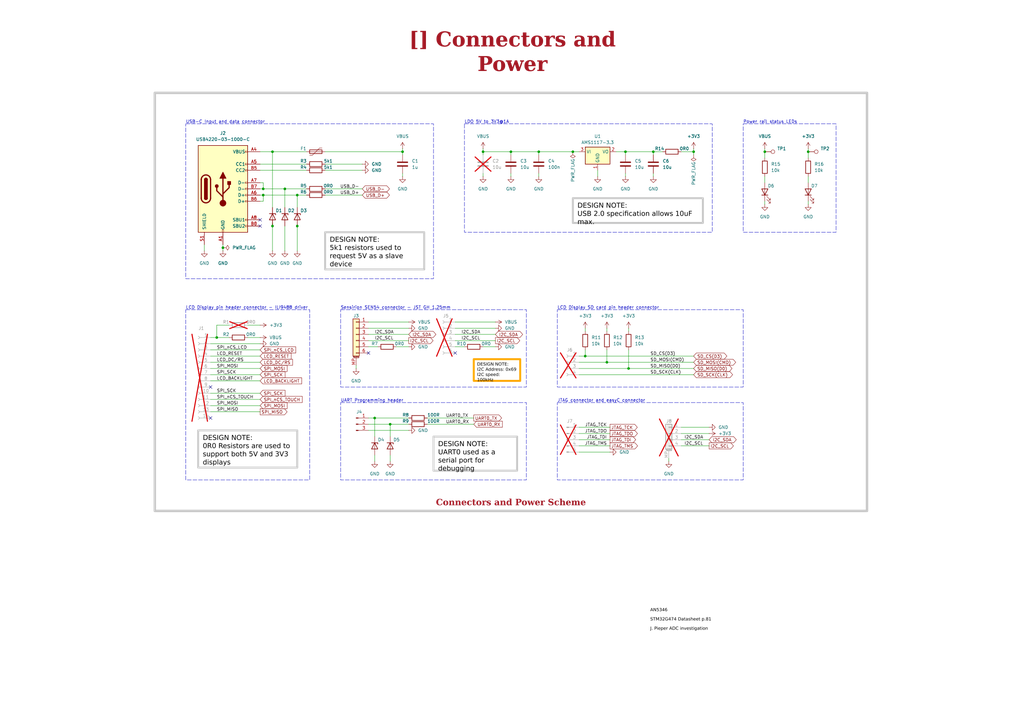
<source format=kicad_sch>
(kicad_sch (version 20231120) (generator "eeschema") (generator_version "8.0")
  (paper "A3")
  (title_block (title "Connectors and Power") (date "Last Modified Date") (rev "${REVISION}") (company "${COMPANY}"))
  (lib_symbols
    (symbol "Active-Components:ESD321DYAR" (pin_numbers hide) (pin_names hide)
      (property "Reference" "D" (at 0 2.54 0))
      (property "Value" "ESD321DYAR" (at 0 -2.54 0))
      (symbol "ESD321DYAR_1_1"
        (pin passive line (at -3.81 0 0) (length 2.54) (name "K") (number "1"))
        (pin passive line (at 3.81 0 180) (length 2.54) (name "A") (number "2"))
      )
    )
    (symbol "Connector:Conn_01x03_Pin" (pin_names (offset 1.016) hide)
      (property "Reference" "J" (at 0 5.08 0))
      (property "Value" "Conn_01x03_Pin" (at 0 -5.08 0))
      (symbol "Conn_01x03_Pin_1_1"
        (pin passive line (at 5.08 2.54 180) (length 3.81) (name "Pin_1") (number "1"))
        (pin passive line (at 5.08 0 180) (length 3.81) (name "Pin_2") (number "2"))
        (pin passive line (at 5.08 -2.54 180) (length 3.81) (name "Pin_3") (number "3"))
      )
    )
    (symbol "Connector:Conn_01x04_Socket" (pin_names (offset 1.016) hide)
      (property "Reference" "J" (at 0 5.08 0))
      (property "Value" "Conn_01x04_Socket" (at 0 -7.62 0))
      (symbol "Conn_01x04_Socket_1_1"
        (pin passive line (at -5.08 2.54 0) (length 3.81) (name "Pin_1") (number "1"))
        (pin passive line (at -5.08 0 0) (length 3.81) (name "Pin_2") (number "2"))
        (pin passive line (at -5.08 -2.54 0) (length 3.81) (name "Pin_3") (number "3"))
        (pin passive line (at -5.08 -5.08 0) (length 3.81) (name "Pin_4") (number "4"))
      )
    )
    (symbol "Connector:Conn_01x05_Pin" (pin_names (offset 1.016) hide)
      (property "Reference" "J" (at 0 7.62 0))
      (property "Value" "Conn_01x05_Pin" (at 0 -7.62 0))
      (symbol "Conn_01x05_Pin_1_1"
        (pin passive line (at 5.08 5.08 180) (length 3.81) (name "Pin_1") (number "1"))
        (pin passive line (at 5.08 2.54 180) (length 3.81) (name "Pin_2") (number "2"))
        (pin passive line (at 5.08 0 180) (length 3.81) (name "Pin_3") (number "3"))
        (pin passive line (at 5.08 -2.54 180) (length 3.81) (name "Pin_4") (number "4"))
        (pin passive line (at 5.08 -5.08 180) (length 3.81) (name "Pin_5") (number "5"))
      )
    )
    (symbol "Connector:Conn_01x06_Socket" (pin_names (offset 1.016) hide)
      (property "Reference" "J" (at 0 7.62 0))
      (property "Value" "Conn_01x06_Socket" (at 0 -10.16 0))
      (symbol "Conn_01x06_Socket_1_1"
        (pin passive line (at -5.08 5.08 0) (length 3.81) (name "Pin_1") (number "1"))
        (pin passive line (at -5.08 2.54 0) (length 3.81) (name "Pin_2") (number "2"))
        (pin passive line (at -5.08 0 0) (length 3.81) (name "Pin_3") (number "3"))
        (pin passive line (at -5.08 -2.54 0) (length 3.81) (name "Pin_4") (number "4"))
        (pin passive line (at -5.08 -5.08 0) (length 3.81) (name "Pin_5") (number "5"))
        (pin passive line (at -5.08 -7.62 0) (length 3.81) (name "Pin_6") (number "6"))
      )
    )
    (symbol "Connector:Conn_01x14_Socket" (pin_names (offset 1.016) hide)
      (property "Reference" "J" (at 0 17.78 0))
      (property "Value" "Conn_01x14_Socket" (at 0 -20.32 0))
      (symbol "Conn_01x14_Socket_1_1"
        (pin passive line (at -5.08 15.24 0) (length 3.81) (name "Pin_1") (number "1"))
        (pin passive line (at -5.08 -7.62 0) (length 3.81) (name "Pin_10") (number "10"))
        (pin passive line (at -5.08 -10.16 0) (length 3.81) (name "Pin_11") (number "11"))
        (pin passive line (at -5.08 -12.7 0) (length 3.81) (name "Pin_12") (number "12"))
        (pin passive line (at -5.08 -15.24 0) (length 3.81) (name "Pin_13") (number "13"))
        (pin passive line (at -5.08 -17.78 0) (length 3.81) (name "Pin_14") (number "14"))
        (pin passive line (at -5.08 12.7 0) (length 3.81) (name "Pin_2") (number "2"))
        (pin passive line (at -5.08 10.16 0) (length 3.81) (name "Pin_3") (number "3"))
        (pin passive line (at -5.08 7.62 0) (length 3.81) (name "Pin_4") (number "4"))
        (pin passive line (at -5.08 5.08 0) (length 3.81) (name "Pin_5") (number "5"))
        (pin passive line (at -5.08 2.54 0) (length 3.81) (name "Pin_6") (number "6"))
        (pin passive line (at -5.08 0 0) (length 3.81) (name "Pin_7") (number "7"))
        (pin passive line (at -5.08 -2.54 0) (length 3.81) (name "Pin_8") (number "8"))
        (pin passive line (at -5.08 -5.08 0) (length 3.81) (name "Pin_9") (number "9"))
      )
    )
    (symbol "Connector:TestPoint" (pin_numbers hide) (pin_names (offset 0.762) hide)
      (property "Reference" "TP" (at 0 6.858 0))
      (property "Value" "TestPoint" (at 0 5.08 0))
      (symbol "TestPoint_1_1"
        (pin passive line (at 0 0 90) (length 2.54) (name "1") (number "1"))
      )
    )
    (symbol "Connector_Generic_MountingPin:Conn_01x04_MountingPin" (pin_names (offset 1.016) hide)
      (property "Reference" "J" (at 0 5.08 0))
      (property "Value" "Conn_01x04_MountingPin" (at 1.27 -7.62 0))
      (symbol "Conn_01x04_MountingPin_1_1"
        (text "Mounting" (at 0 -6.731 0) (effects (font (size 0.381 0.381))))
        (pin passive line (at -5.08 2.54 0) (length 3.81) (name "Pin_1") (number "1"))
        (pin passive line (at -5.08 0 0) (length 3.81) (name "Pin_2") (number "2"))
        (pin passive line (at -5.08 -2.54 0) (length 3.81) (name "Pin_3") (number "3"))
        (pin passive line (at -5.08 -5.08 0) (length 3.81) (name "Pin_4") (number "4"))
        (pin passive line (at 0 -10.16 90) (length 3.048) (name "MountPin") (number "MP"))
      )
    )
    (symbol "Connector_Generic_MountingPin:Conn_01x06_MountingPin" (pin_names (offset 1.016) hide)
      (property "Reference" "J" (at 0 7.62 0))
      (property "Value" "Conn_01x06_MountingPin" (at 1.27 -10.16 0))
      (symbol "Conn_01x06_MountingPin_1_1"
        (text "Mounting" (at 0 -9.271 0) (effects (font (size 0.381 0.381))))
        (pin passive line (at -5.08 5.08 0) (length 3.81) (name "Pin_1") (number "1"))
        (pin passive line (at -5.08 2.54 0) (length 3.81) (name "Pin_2") (number "2"))
        (pin passive line (at -5.08 0 0) (length 3.81) (name "Pin_3") (number "3"))
        (pin passive line (at -5.08 -2.54 0) (length 3.81) (name "Pin_4") (number "4"))
        (pin passive line (at -5.08 -5.08 0) (length 3.81) (name "Pin_5") (number "5"))
        (pin passive line (at -5.08 -7.62 0) (length 3.81) (name "Pin_6") (number "6"))
        (pin passive line (at 0 -12.7 90) (length 3.048) (name "MountPin") (number "MP"))
      )
    )
    (symbol "Device:C" (pin_numbers hide) (pin_names (offset 0.254))
      (property "Reference" "C" (at 0.635 2.54 0))
      (property "Value" "C" (at 0.635 -2.54 0))
      (symbol "C_1_1"
        (pin passive line (at 0 3.81 270) (length 2.794) (name "~") (number "1"))
        (pin passive line (at 0 -3.81 90) (length 2.794) (name "~") (number "2"))
      )
    )
    (symbol "Device:LED" (pin_numbers hide) (pin_names (offset 1.016) hide)
      (property "Reference" "D" (at 0 2.54 0))
      (property "Value" "LED" (at 0 -2.54 0))
      (symbol "LED_1_1"
        (pin passive line (at -3.81 0 0) (length 2.54) (name "K") (number "1"))
        (pin passive line (at 3.81 0 180) (length 2.54) (name "A") (number "2"))
      )
    )
    (symbol "Device:Polyfuse" (pin_numbers hide) (pin_names (offset 0))
      (property "Reference" "F" (at -2.54 0 90))
      (property "Value" "Polyfuse" (at 2.54 0 90))
      (symbol "Polyfuse_1_1"
        (pin passive line (at 0 3.81 270) (length 1.27) (name "~") (number "1"))
        (pin passive line (at 0 -3.81 90) (length 1.27) (name "~") (number "2"))
      )
    )
    (symbol "Device:R" (pin_numbers hide) (pin_names (offset 0))
      (property "Reference" "R" (at 2.032 0 90))
      (property "Value" "R" (at 0 0 90))
      (symbol "R_1_1"
        (pin passive line (at 0 3.81 270) (length 1.27) (name "~") (number "1"))
        (pin passive line (at 0 -3.81 90) (length 1.27) (name "~") (number "2"))
      )
    )
    (symbol "Diode:ESD5Zxx" (pin_numbers hide) (pin_names hide)
      (property "Reference" "D" (at 0 2.54 0))
      (property "Value" "ESD5Zxx" (at 0 -2.54 0))
      (symbol "ESD5Zxx_1_1"
        (pin passive line (at -3.81 0 0) (length 2.54) (name "K") (number "1"))
        (pin passive line (at 3.81 0 180) (length 2.54) (name "A") (number "2"))
      )
    )
    (symbol "Mechanical-Parts:GCT_USB4220-03-1000-C" (pin_names (offset 1.016))
      (property "Reference" "J" (at 0 22.225 0))
      (property "Value" "USB4220-03-1000-C" (at 0 19.685 0))
      (symbol "GCT_USB4220-03-1000-C_1_1"
        (pin passive line (at 0 -22.86 90) (length 5.08) (name "GND") (number "A1"))
        (pin passive line (at 0 -22.86 90) (length 5.08) hide (name "GND") (number "A12"))
        (pin passive line (at 15.24 15.24 180) (length 5.08) (name "VBUS") (number "A4"))
        (pin bidirectional line (at 15.24 10.16 180) (length 5.08) (name "CC1") (number "A5"))
        (pin bidirectional line (at 15.24 -2.54 180) (length 5.08) (name "D+") (number "A6"))
        (pin bidirectional line (at 15.24 2.54 180) (length 5.08) (name "D-") (number "A7"))
        (pin bidirectional line (at 15.24 -12.7 180) (length 5.08) (name "SBU1") (number "A8"))
        (pin passive line (at 15.24 15.24 180) (length 5.08) hide (name "VBUS") (number "A9"))
        (pin passive line (at 0 -22.86 90) (length 5.08) hide (name "GND") (number "B1"))
        (pin passive line (at 0 -22.86 90) (length 5.08) hide (name "GND") (number "B12"))
        (pin passive line (at 15.24 15.24 180) (length 5.08) hide (name "VBUS") (number "B4"))
        (pin bidirectional line (at 15.24 7.62 180) (length 5.08) (name "CC2") (number "B5"))
        (pin bidirectional line (at 15.24 -5.08 180) (length 5.08) (name "D+") (number "B6"))
        (pin bidirectional line (at 15.24 0 180) (length 5.08) (name "D-") (number "B7"))
        (pin bidirectional line (at 15.24 -15.24 180) (length 5.08) (name "SBU2") (number "B8"))
        (pin passive line (at 15.24 15.24 180) (length 5.08) hide (name "VBUS") (number "B9"))
        (pin passive line (at -7.62 -22.86 90) (length 5.08) (name "SHIELD") (number "S1"))
      )
    )
    (symbol "Regulator_Linear:AMS1117-3.3"
      (property "Reference" "U" (at -3.81 3.175 0))
      (property "Value" "AMS1117-3.3" (at 0 3.175 0))
      (symbol "AMS1117-3.3_1_1"
        (pin power_in line (at 0 -7.62 90) (length 2.54) (name "GND") (number "1"))
        (pin power_out line (at 7.62 0 180) (length 2.54) (name "VO") (number "2"))
        (pin power_in line (at -7.62 0 0) (length 2.54) (name "VI") (number "3"))
      )
    )
    (symbol "power:+3V3" (power) (pin_numbers hide) (pin_names (offset 0) hide)
      (property "Value" "+3V3" (at 0 3.556 0))
      (symbol "+3V3_1_1"
        (pin power_in line (at 0 0 90) (length 0) (name "~") (number "1"))
      )
    )
    (symbol "power:GND" (power) (pin_numbers hide) (pin_names (offset 0) hide)
      (property "Value" "GND" (at 0 -3.81 0))
      (symbol "GND_1_1"
        (pin power_in line (at 0 0 270) (length 0) (name "~") (number "1"))
      )
    )
    (symbol "power:PWR_FLAG" (power) (pin_numbers hide) (pin_names (offset 0) hide)
      (property "Value" "PWR_FLAG" (at 0 3.81 0))
      (symbol "PWR_FLAG_0_0"
        (pin power_out line (at 0 0 90) (length 0) (name "~") (number "1"))
      )
    )
    (symbol "power:VBUS" (power) (pin_numbers hide) (pin_names (offset 0) hide)
      (property "Value" "VBUS" (at 0 3.556 0))
      (symbol "VBUS_1_1"
        (pin power_in line (at 0 0 90) (length 0) (name "~") (number "1"))
      )
    )
  )
  (junction (at 209.55 62.23))
  (junction (at 88.9 138.43))
  (junction (at 111.76 62.23))
  (junction (at 313.69 62.23))
  (junction (at 111.76 92.71))
  (junction (at 198.12 62.23))
  (junction (at 220.98 62.23))
  (junction (at 267.97 62.23))
  (junction (at 107.95 77.47))
  (junction (at 160.02 173.99))
  (junction (at 240.03 146.05))
  (junction (at 257.81 151.13))
  (junction (at 91.44 101.6))
  (junction (at 256.54 62.23))
  (junction (at 165.1 62.23))
  (junction (at 284.48 62.23))
  (junction (at 107.95 80.01))
  (junction (at 331.47 62.23))
  (junction (at 153.67 171.45))
  (junction (at 121.92 92.71))
  (junction (at 234.95 62.23))
  (junction (at 121.92 80.01))
  (junction (at 248.92 148.59))
  (junction (at 116.84 77.47))
  (no_connect (at 106.68 90.17))
  (no_connect (at 186.69 144.78))
  (no_connect (at 86.36 171.45))
  (no_connect (at 151.13 144.78))
  (no_connect (at 106.68 92.71))
  (no_connect (at 86.36 158.75))
  (wire (pts (xy 198.12 62.23) (xy 209.55 62.23)))
  (wire (pts (xy 198.12 60.96) (xy 198.12 62.23)))
  (wire (pts (xy 106.68 74.93) (xy 107.95 74.93)))
  (wire (pts (xy 279.4 175.26) (xy 290.83 175.26)))
  (wire (pts (xy 209.55 63.5) (xy 209.55 62.23)))
  (wire (pts (xy 133.35 62.23) (xy 165.1 62.23)))
  (wire (pts (xy 107.95 77.47) (xy 116.84 77.47)))
  (wire (pts (xy 106.68 67.31) (xy 125.73 67.31)))
  (wire (pts (xy 250.19 177.8) (xy 237.49 177.8)))
  (wire (pts (xy 111.76 62.23) (xy 125.73 62.23)))
  (wire (pts (xy 175.26 171.45) (xy 194.31 171.45)))
  (wire (pts (xy 220.98 63.5) (xy 220.98 62.23)))
  (wire (pts (xy 313.69 82.55) (xy 313.69 83.82)))
  (wire (pts (xy 237.49 153.67) (xy 284.48 153.67)))
  (wire (pts (xy 86.36 168.91) (xy 106.68 168.91)))
  (wire (pts (xy 331.47 82.55) (xy 331.47 83.82)))
  (wire (pts (xy 101.6 138.43) (xy 106.68 138.43)))
  (wire (pts (xy 86.36 138.43) (xy 88.9 138.43)))
  (wire (pts (xy 146.05 151.13) (xy 146.05 149.86)))
  (wire (pts (xy 151.13 173.99) (xy 160.02 173.99)))
  (wire (pts (xy 256.54 63.5) (xy 256.54 62.23)))
  (wire (pts (xy 240.03 134.62) (xy 240.03 135.89)))
  (wire (pts (xy 160.02 173.99) (xy 167.64 173.99)))
  (wire (pts (xy 331.47 62.23) (xy 331.47 64.77)))
  (wire (pts (xy 121.92 80.01) (xy 125.73 80.01)))
  (wire (pts (xy 91.44 100.33) (xy 91.44 101.6)))
  (wire (pts (xy 279.4 180.34) (xy 290.83 180.34)))
  (wire (pts (xy 106.68 62.23) (xy 111.76 62.23)))
  (wire (pts (xy 167.64 134.62) (xy 151.13 134.62)))
  (wire (pts (xy 256.54 71.12) (xy 256.54 72.39)))
  (wire (pts (xy 151.13 139.7) (xy 167.64 139.7)))
  (wire (pts (xy 240.03 143.51) (xy 240.03 146.05)))
  (wire (pts (xy 267.97 62.23) (xy 267.97 63.5)))
  (wire (pts (xy 313.69 62.23) (xy 313.69 64.77)))
  (wire (pts (xy 133.35 80.01) (xy 148.59 80.01)))
  (wire (pts (xy 186.69 139.7) (xy 203.2 139.7)))
  (wire (pts (xy 186.69 142.24) (xy 190.5 142.24)))
  (wire (pts (xy 106.68 69.85) (xy 125.73 69.85)))
  (wire (pts (xy 220.98 62.23) (xy 234.95 62.23)))
  (wire (pts (xy 151.13 171.45) (xy 153.67 171.45)))
  (wire (pts (xy 250.19 182.88) (xy 237.49 182.88)))
  (wire (pts (xy 245.11 69.85) (xy 245.11 72.39)))
  (wire (pts (xy 209.55 72.39) (xy 209.55 71.12)))
  (wire (pts (xy 106.68 140.97) (xy 86.36 140.97)))
  (wire (pts (xy 250.19 185.42) (xy 237.49 185.42)))
  (wire (pts (xy 148.59 69.85) (xy 133.35 69.85)))
  (wire (pts (xy 107.95 80.01) (xy 121.92 80.01)))
  (wire (pts (xy 271.78 62.23) (xy 267.97 62.23)))
  (wire (pts (xy 154.94 142.24) (xy 151.13 142.24)))
  (wire (pts (xy 121.92 91.44) (xy 121.92 92.71)))
  (wire (pts (xy 111.76 62.23) (xy 111.76 85.09)))
  (wire (pts (xy 203.2 134.62) (xy 186.69 134.62)))
  (wire (pts (xy 148.59 67.31) (xy 133.35 67.31)))
  (wire (pts (xy 186.69 137.16) (xy 203.2 137.16)))
  (wire (pts (xy 167.64 176.53) (xy 151.13 176.53)))
  (wire (pts (xy 234.95 62.23) (xy 237.49 62.23)))
  (wire (pts (xy 165.1 62.23) (xy 165.1 63.5)))
  (wire (pts (xy 237.49 146.05) (xy 240.03 146.05)))
  (wire (pts (xy 237.49 148.59) (xy 248.92 148.59)))
  (wire (pts (xy 331.47 72.39) (xy 331.47 74.93)))
  (wire (pts (xy 121.92 80.01) (xy 121.92 85.09)))
  (wire (pts (xy 162.56 142.24) (xy 167.64 142.24)))
  (wire (pts (xy 116.84 92.71) (xy 116.84 102.87)))
  (wire (pts (xy 86.36 156.21) (xy 106.68 156.21)))
  (wire (pts (xy 279.4 62.23) (xy 284.48 62.23)))
  (wire (pts (xy 101.6 133.35) (xy 106.68 133.35)))
  (wire (pts (xy 86.36 163.83) (xy 106.68 163.83)))
  (wire (pts (xy 198.12 62.23) (xy 198.12 63.5)))
  (wire (pts (xy 240.03 146.05) (xy 284.48 146.05)))
  (wire (pts (xy 165.1 72.39) (xy 165.1 71.12)))
  (wire (pts (xy 151.13 137.16) (xy 167.64 137.16)))
  (wire (pts (xy 86.36 148.59) (xy 106.68 148.59)))
  (wire (pts (xy 331.47 60.96) (xy 331.47 62.23)))
  (wire (pts (xy 220.98 72.39) (xy 220.98 71.12)))
  (wire (pts (xy 107.95 74.93) (xy 107.95 77.47)))
  (wire (pts (xy 86.36 153.67) (xy 106.68 153.67)))
  (wire (pts (xy 252.73 62.23) (xy 256.54 62.23)))
  (wire (pts (xy 160.02 189.23) (xy 160.02 186.69)))
  (wire (pts (xy 257.81 151.13) (xy 284.48 151.13)))
  (wire (pts (xy 133.35 77.47) (xy 148.59 77.47)))
  (wire (pts (xy 107.95 82.55) (xy 107.95 80.01)))
  (wire (pts (xy 248.92 148.59) (xy 284.48 148.59)))
  (wire (pts (xy 167.64 132.08) (xy 151.13 132.08)))
  (wire (pts (xy 106.68 77.47) (xy 107.95 77.47)))
  (wire (pts (xy 284.48 62.23) (xy 284.48 60.96)))
  (wire (pts (xy 153.67 189.23) (xy 153.67 186.69)))
  (wire (pts (xy 257.81 134.62) (xy 257.81 135.89)))
  (wire (pts (xy 284.48 63.5) (xy 284.48 62.23)))
  (wire (pts (xy 248.92 134.62) (xy 248.92 135.89)))
  (wire (pts (xy 88.9 133.35) (xy 88.9 138.43)))
  (wire (pts (xy 237.49 151.13) (xy 257.81 151.13)))
  (wire (pts (xy 250.19 180.34) (xy 237.49 180.34)))
  (wire (pts (xy 111.76 92.71) (xy 111.76 102.87)))
  (wire (pts (xy 93.98 133.35) (xy 88.9 133.35)))
  (wire (pts (xy 279.4 177.8) (xy 290.83 177.8)))
  (wire (pts (xy 86.36 143.51) (xy 106.68 143.51)))
  (wire (pts (xy 83.82 100.33) (xy 83.82 102.87)))
  (wire (pts (xy 153.67 171.45) (xy 167.64 171.45)))
  (wire (pts (xy 274.32 189.23) (xy 274.32 187.96)))
  (wire (pts (xy 160.02 173.99) (xy 160.02 179.07)))
  (wire (pts (xy 86.36 166.37) (xy 106.68 166.37)))
  (wire (pts (xy 175.26 173.99) (xy 194.31 173.99)))
  (wire (pts (xy 91.44 101.6) (xy 91.44 102.87)))
  (wire (pts (xy 313.69 72.39) (xy 313.69 74.93)))
  (wire (pts (xy 116.84 77.47) (xy 125.73 77.47)))
  (wire (pts (xy 267.97 71.12) (xy 267.97 72.39)))
  (wire (pts (xy 106.68 82.55) (xy 107.95 82.55)))
  (wire (pts (xy 86.36 146.05) (xy 106.68 146.05)))
  (wire (pts (xy 257.81 143.51) (xy 257.81 151.13)))
  (wire (pts (xy 88.9 138.43) (xy 93.98 138.43)))
  (wire (pts (xy 203.2 132.08) (xy 186.69 132.08)))
  (wire (pts (xy 198.12 72.39) (xy 198.12 71.12)))
  (wire (pts (xy 267.97 62.23) (xy 256.54 62.23)))
  (wire (pts (xy 279.4 182.88) (xy 290.83 182.88)))
  (wire (pts (xy 86.36 151.13) (xy 106.68 151.13)))
  (wire (pts (xy 313.69 60.96) (xy 313.69 62.23)))
  (wire (pts (xy 248.92 143.51) (xy 248.92 148.59)))
  (wire (pts (xy 153.67 171.45) (xy 153.67 179.07)))
  (wire (pts (xy 86.36 161.29) (xy 106.68 161.29)))
  (wire (pts (xy 121.92 92.71) (xy 121.92 102.87)))
  (wire (pts (xy 165.1 60.96) (xy 165.1 62.23)))
  (wire (pts (xy 116.84 77.47) (xy 116.84 85.09)))
  (wire (pts (xy 111.76 91.44) (xy 111.76 92.71)))
  (wire (pts (xy 250.19 175.26) (xy 237.49 175.26)))
  (wire (pts (xy 106.68 80.01) (xy 107.95 80.01)))
  (wire (pts (xy 198.12 142.24) (xy 203.2 142.24)))
  (wire (pts (xy 209.55 62.23) (xy 220.98 62.23)))
  (rectangle (start 76.2 127) (end 127 196.85) (stroke (width 0) (type dash)))
  (rectangle (start 190.5 50.8) (end 292.1 95.25) (stroke (width 0) (type dash)))
  (rectangle (start 228.6 165.1) (end 304.8 196.85) (stroke (width 0) (type dash)))
  (rectangle (start 228.6 127) (end 304.8 158.75) (stroke (width 0) (type dash)))
  (rectangle (start 139.7 127) (end 215.9 158.75) (stroke (width 0) (type dash)))
  (rectangle (start 139.7 165.1) (end 215.9 196.85) (stroke (width 0) (type dash)))
  (rectangle (start 63.5 38.1) (end 355.6 209.55) (stroke (width 1) (color 200 200 200 1)))
  (rectangle (start 304.8 50.8) (end 342.9 95.25) (stroke (width 0) (type dash)))
  (rectangle (start 76.2 50.8) (end 177.8 114.3) (stroke (width 0) (type dash)))
  (text_box "DESIGN NOTE:\nUSB 2.0 specification allows 10uF max." (at 234.95 81.28 0) (size 53.34 10.16) (stroke (width 0.8) (color 200 200 200 1)) (effects (font (size 2 2)) (justify left top)))
  (text_box "DESIGN NOTE:\n5k1 resistors used to request 5V as a slave device" (at 133.35 95.25 0) (size 40.64 15.24) (stroke (width 0.8) (color 200 200 200 1)) (effects (font (size 2 2)) (justify left top)))
  (text_box "DESIGN NOTE:\n0R0 Resistors are used to support both 5V and 3V3 displays" (at 81.28 176.53 0) (size 40.64 15.24) (stroke (width 0.8) (color 200 200 200 1)) (effects (font (size 2 2)) (justify left top)))
  (text_box "DESIGN NOTE:\nUART0 used as a serial port for debugging" (at 177.8 179.07 0) (size 34.29 13.97) (stroke (width 0.8) (color 200 200 200 1)) (effects (font (size 2 2)) (justify left top)))
  (text_box "[${#}] ${TITLE}" (at 157.48 15.24 0) (size 105.41 12.7) (stroke (width -0.0001)) (effects (font (size 6 6) (thickness 1.2) (bold yes))))
  (text_box "Connectors and Power Scheme" (at 63.5 201.93 0) (size 292.1 7.62) (stroke (width -0.0001)) (effects (font (size 2.54 2.54) (thickness 0.508) (bold yes)) (justify bottom)))
  (text_box "DESIGN NOTE:\nI2C Address: 0x69\nI2C speed: 100kHz" (at 194.31 147.32 0) (size 19.05 8.89) (stroke (width 0.8) (color 255 165 0 1)) (effects (font (size 1.27 1.27)) (justify left top)))
  (text "Power rail status LEDs" (at 304.8 50.8 0) (effects (font (size 1.27 1.27)) (justify left bottom)))
  (text "LCD Display SD card pin header connector" (at 228.6 127 0) (effects (font (size 1.27 1.27)) (justify left bottom)))
  (text "Sensirion SEN54 connector - JST GH 1.25mm" (at 139.7 127 0) (effects (font (size 1.27 1.27)) (justify left bottom)))
  (text "JTAG connector and easyC connector" (at 228.6 165.1 0) (effects (font (size 1.27 1.27)) (justify left bottom)))
  (text "J. Pieper ADC investigation" (at 266.7 259.08 0) (effects (font (size 1.27 1.27)) (justify left bottom)))
  (text "UART Programming header" (at 139.7 165.1 0) (effects (font (size 1.27 1.27)) (justify left bottom)))
  (text "LCD Display pin header connector - ILI9488 driver" (at 76.2 127 0) (effects (font (size 1.27 1.27)) (justify left bottom)))
  (text "LDO 5V to 3V3@1A" (at 190.5 50.8 0) (effects (font (size 1.27 1.27)) (justify left bottom)))
  (text "USB-C Input and data connector" (at 76.2 50.8 0) (effects (font (size 1.27 1.27)) (justify left bottom)))
  (text "STM32G474 Datasheet p.81" (at 266.7 255.27 0) (effects (font (size 1.27 1.27)) (justify left bottom)))
  (text "AN5346" (at 266.7 251.46 0) (effects (font (size 1.27 1.27)) (justify left bottom)))
  (label "SD_MOSI(CMD)" (at 266.7 148.59 0))
  (label "I2C_SCL" (at 153.67 139.7 0))
  (label "SD_CS(D3)" (at 266.7 146.05 0))
  (label "SPI_SCK" (at 88.9 153.67 0))
  (label "JTAG_TMS" (at 248.92 182.88 180))
  (label "LCD_RESET" (at 88.9 146.05 0))
  (label "SPI_MISO" (at 88.9 168.91 0))
  (label "SPI_MOSI" (at 88.9 151.13 0))
  (label "USB_D+" (at 147.32 80.01 180))
  (label "I2C_SDA" (at 153.67 137.16 0))
  (label "SPI_SCK" (at 88.9 161.29 0))
  (label "SD_SCK(CLK)" (at 266.7 153.67 0))
  (label "SD_MISO(D0)" (at 266.7 151.13 0))
  (label "SPI_MOSI" (at 88.9 166.37 0))
  (label "JTAG_TCK" (at 248.92 175.26 180))
  (label "JTAG_TDO" (at 248.92 177.8 180))
  (label "SPI_nCS_TOUCH" (at 88.9 163.83 0))
  (label "I2C_SDA" (at 280.67 180.34 0))
  (label "SPI_nCS_LCD" (at 88.9 143.51 0))
  (label "UART0_RX" (at 182.88 173.99 0))
  (label "LCD_BACKLIGHT" (at 88.9 156.21 0))
  (label "JTAG_TDI" (at 248.92 180.34 180))
  (label "LCD_DC{slash}RS" (at 88.9 148.59 0))
  (label "UART0_TX" (at 182.88 171.45 0))
  (label "I2C_SCL" (at 280.67 182.88 0))
  (label "I2C_SDA" (at 189.23 137.16 0))
  (label "I2C_SCL" (at 189.23 139.7 0))
  (label "USB_D-" (at 147.32 77.47 180))
  (global_label "USB_D-" (shape bidirectional) (at 148.59 77.47 0) (property "Intersheetrefs" "${INTERSHEET_REFS}" (effects (hide yes))))
  (global_label "LCD_RESET" (shape input) (at 106.68 146.05 0) (property "Intersheetrefs" "${INTERSHEET_REFS}" (effects (hide yes))))
  (global_label "JTAG_TCK" (shape output) (at 250.19 175.26 0) (property "Intersheetrefs" "${INTERSHEET_REFS}" (effects (hide yes))))
  (global_label "USB_D+" (shape bidirectional) (at 148.59 80.01 0) (property "Intersheetrefs" "${INTERSHEET_REFS}" (effects (hide yes))))
  (global_label "I2C_SCL" (shape output) (at 203.2 139.7 0) (property "Intersheetrefs" "${INTERSHEET_REFS}" (effects (hide yes))))
  (global_label "SPI_MOSI" (shape input) (at 106.68 166.37 0) (property "Intersheetrefs" "${INTERSHEET_REFS}" (effects (hide yes))))
  (global_label "SPI_MISO" (shape output) (at 106.68 168.91 0) (property "Intersheetrefs" "${INTERSHEET_REFS}" (effects (hide yes))))
  (global_label "LCD_DC{slash}RS" (shape input) (at 106.68 148.59 0) (property "Intersheetrefs" "${INTERSHEET_REFS}" (effects (hide yes))))
  (global_label "UART0_TX" (shape output) (at 194.31 171.45 0) (property "Intersheetrefs" "${INTERSHEET_REFS}" (effects (hide yes))))
  (global_label "SD_SCK(CLK)" (shape bidirectional) (at 284.48 153.67 0) (property "Intersheetrefs" "${INTERSHEET_REFS}" (effects (hide yes))))
  (global_label "I2C_SCL" (shape output) (at 167.64 139.7 0) (property "Intersheetrefs" "${INTERSHEET_REFS}" (effects (hide yes))))
  (global_label "SD_CS(D3)" (shape bidirectional) (at 284.48 146.05 0) (property "Intersheetrefs" "${INTERSHEET_REFS}" (effects (hide yes))))
  (global_label "I2C_SDA" (shape bidirectional) (at 290.83 180.34 0) (property "Intersheetrefs" "${INTERSHEET_REFS}" (effects (hide yes))))
  (global_label "SD_MOSI(CMD)" (shape bidirectional) (at 284.48 148.59 0) (property "Intersheetrefs" "${INTERSHEET_REFS}" (effects (hide yes))))
  (global_label "I2C_SDA" (shape bidirectional) (at 203.2 137.16 0) (property "Intersheetrefs" "${INTERSHEET_REFS}" (effects (hide yes))))
  (global_label "JTAG_TDO" (shape output) (at 250.19 177.8 0) (property "Intersheetrefs" "${INTERSHEET_REFS}" (effects (hide yes))))
  (global_label "SPI_SCK" (shape input) (at 106.68 153.67 0) (property "Intersheetrefs" "${INTERSHEET_REFS}" (effects (hide yes))))
  (global_label "SPI_MOSI" (shape input) (at 106.68 151.13 0) (property "Intersheetrefs" "${INTERSHEET_REFS}" (effects (hide yes))))
  (global_label "SPI_nCS_LCD" (shape input) (at 106.68 143.51 0) (property "Intersheetrefs" "${INTERSHEET_REFS}" (effects (hide yes))))
  (global_label "JTAG_TMS" (shape output) (at 250.19 182.88 0) (property "Intersheetrefs" "${INTERSHEET_REFS}" (effects (hide yes))))
  (global_label "JTAG_TDI" (shape output) (at 250.19 180.34 0) (property "Intersheetrefs" "${INTERSHEET_REFS}" (effects (hide yes))))
  (global_label "UART0_RX" (shape input) (at 194.31 173.99 0) (property "Intersheetrefs" "${INTERSHEET_REFS}" (effects (hide yes))))
  (global_label "LCD_BACKLIGHT" (shape input) (at 106.68 156.21 0) (property "Intersheetrefs" "${INTERSHEET_REFS}" (effects (hide yes))))
  (global_label "I2C_SDA" (shape bidirectional) (at 167.64 137.16 0) (property "Intersheetrefs" "${INTERSHEET_REFS}" (effects (hide yes))))
  (global_label "I2C_SCL" (shape output) (at 290.83 182.88 0) (property "Intersheetrefs" "${INTERSHEET_REFS}" (effects (hide yes))))
  (global_label "SPI_SCK" (shape input) (at 106.68 161.29 0) (property "Intersheetrefs" "${INTERSHEET_REFS}" (effects (hide yes))))
  (global_label "SPI_nCS_TOUCH" (shape input) (at 106.68 163.83 0) (property "Intersheetrefs" "${INTERSHEET_REFS}" (effects (hide yes))))
  (global_label "SD_MISO(D0)" (shape bidirectional) (at 284.48 151.13 0) (property "Intersheetrefs" "${INTERSHEET_REFS}" (effects (hide yes))))
  (symbol (lib_id "power:VBUS") (at 203.2 132.08 270) (unit 1)
    (property "Reference" "#PWR0110" (effects (hide yes)))
    (property "Value" "VBUS" (at 207.01 132.0799 90) (effects (justify left)))
    (property "Description" "Power symbol creates a global label with name \"VBUS\"" (effects (hide yes)))
  )
  (symbol (lib_id "Connector:Conn_01x03_Pin") (at 146.05 173.99 0) (unit 1)
    (property "Reference" "J4" (at 147.32 168.91 0))
    (property "Value" "Conn_01x03_Pin" (effects (hide yes)))
    (property "Footprint" "Connector_PinHeader_2.54mm:PinHeader_1x03_P2.54mm_Vertical" (effects (hide yes)))
    (property "Description" "Generic connector, single row, 01x03, script generated" (effects (hide yes)))
  )
  (symbol (lib_id "Mechanical-Parts:GCT_USB4220-03-1000-C") (at 91.44 77.47 0) (unit 1)
    (property "Reference" "J2" (at 91.44 54.61 0))
    (property "Value" "USB4220-03-1000-C" (at 91.44 57.15 0))
    (property "Footprint" "Mechanical:USB_C_Receptacle_GCT_USB4220-03-xxxx-C_Vertical" (effects (hide yes)))
    (property "Datasheet" "https://hr.mouser.com/datasheet/2/837/usb4220-3502507.pdf" (effects (hide yes)))
    (property "Description" "GCT Vertical SMD USB 2.0-only 16P Type-C Receptacle connector USB4220-03-1000-C" (effects (hide yes)))
    (property "MFN" "USB4220-03-1000-C" (effects (hide yes)))
  )
  (symbol (lib_id "Device:R") (at 331.47 68.58 0) (unit 1)
    (property "Reference" "R16" (at 334.01 67.31 0) (effects (justify left)))
    (property "Value" "10k" (at 334.01 69.85 0) (effects (justify left)))
    (property "Footprint" "Resistor_SMD:R_0603_1608Metric" (effects (hide yes)))
    (property "Description" "Resistor" (effects (hide yes)))
  )
  (symbol (lib_id "power:GND") (at 313.69 83.82 0) (unit 1)
    (property "Reference" "#PWR0135" (effects (hide yes)))
    (property "Value" "GND" (at 313.69 88.9 0))
    (property "Description" "Power symbol creates a global label with name \"GND\" , ground" (effects (hide yes)))
  )
  (symbol (lib_id "power:GND") (at 106.68 140.97 90) (unit 1)
    (property "Reference" "#PWR0130" (effects (hide yes)))
    (property "Value" "GND" (at 110.49 140.9699 90) (effects (justify right)))
    (property "Description" "Power symbol creates a global label with name \"GND\" , ground" (effects (hide yes)))
  )
  (symbol (lib_id "power:GND") (at 267.97 72.39 0) (unit 1)
    (property "Reference" "#PWR0103" (effects (hide yes)))
    (property "Value" "GND" (at 267.97 77.47 0))
    (property "Description" "Power symbol creates a global label with name \"GND\" , ground" (effects (hide yes)))
  )
  (symbol (lib_id "power:GND") (at 83.82 102.87 0) (unit 1)
    (property "Reference" "#PWR0128" (effects (hide yes)))
    (property "Value" "GND" (at 83.82 107.95 0))
    (property "Description" "Power symbol creates a global label with name \"GND\" , ground" (effects (hide yes)))
  )
  (symbol (lib_id "power:GND") (at 167.64 142.24 90) (unit 1)
    (property "Reference" "#PWR0118" (effects (hide yes)))
    (property "Value" "GND" (at 171.45 142.2399 90) (effects (justify right)))
    (property "Description" "Power symbol creates a global label with name \"GND\" , ground" (effects (hide yes)))
  )
  (symbol (lib_id "Device:R") (at 313.69 68.58 0) (unit 1)
    (property "Reference" "R15" (at 316.23 67.31 0) (effects (justify left)))
    (property "Value" "10k" (at 316.23 69.85 0) (effects (justify left)))
    (property "Footprint" "Resistor_SMD:R_0603_1608Metric" (effects (hide yes)))
    (property "Description" "Resistor" (effects (hide yes)))
  )
  (symbol (lib_id "power:VBUS") (at 167.64 132.08 270) (unit 1)
    (property "Reference" "#PWR0116" (effects (hide yes)))
    (property "Value" "VBUS" (at 171.45 132.0799 90) (effects (justify left)))
    (property "Description" "Power symbol creates a global label with name \"VBUS\"" (effects (hide yes)))
  )
  (symbol (lib_id "power:GND") (at 331.47 83.82 0) (unit 1)
    (property "Reference" "#PWR0136" (effects (hide yes)))
    (property "Value" "GND" (at 331.47 88.9 0))
    (property "Description" "Power symbol creates a global label with name \"GND\" , ground" (effects (hide yes)))
  )
  (symbol (lib_id "power:GND") (at 165.1 72.39 0) (unit 1)
    (property "Reference" "#PWR0121" (effects (hide yes)))
    (property "Value" "GND" (at 165.1 77.47 0))
    (property "Description" "Power symbol creates a global label with name \"GND\" , ground" (effects (hide yes)))
  )
  (symbol (lib_id "Device:R") (at 97.79 133.35 90) (unit 1) (in_bom no) (dnp yes)
    (property "Reference" "R1" (at 92.71 132.08 90))
    (property "Value" "0R0" (at 102.87 132.08 90))
    (property "Footprint" "Resistor_SMD:R_0603_1608Metric" (effects (hide yes)))
    (property "Description" "Resistor" (effects (hide yes)))
  )
  (symbol (lib_id "Device:R") (at 129.54 69.85 90) (unit 1)
    (property "Reference" "R4" (at 124.46 68.58 90))
    (property "Value" "5k1" (at 134.62 68.58 90))
    (property "Footprint" "Resistor_SMD:R_0603_1608Metric" (effects (hide yes)))
    (property "Description" "Resistor" (effects (hide yes)))
  )
  (symbol (lib_id "power:+3V3") (at 284.48 60.96 0) (unit 1)
    (property "Reference" "#PWR0134" (effects (hide yes)))
    (property "Value" "+3V3" (at 284.48 55.88 0))
    (property "Description" "Power symbol creates a global label with name \"+3V3\"" (effects (hide yes)))
  )
  (symbol (lib_id "Device:R") (at 240.03 139.7 0) (unit 1)
    (property "Reference" "R11" (at 242.57 138.43 0) (effects (justify left)))
    (property "Value" "10k" (at 242.57 140.97 0) (effects (justify left)))
    (property "Footprint" "Resistor_SMD:R_0603_1608Metric" (effects (hide yes)))
    (property "Description" "Resistor" (effects (hide yes)))
  )
  (symbol (lib_id "Device:R") (at 158.75 142.24 90) (unit 1)
    (property "Reference" "R7" (at 153.67 140.97 90))
    (property "Value" "0R0" (at 163.83 140.97 90))
    (property "Footprint" "Resistor_SMD:R_0603_1608Metric" (effects (hide yes)))
    (property "Description" "Resistor" (effects (hide yes)))
  )
  (symbol (lib_id "power:GND") (at 167.64 134.62 90) (unit 1)
    (property "Reference" "#PWR0119" (effects (hide yes)))
    (property "Value" "GND" (at 171.45 134.6199 90) (effects (justify right)))
    (property "Description" "Power symbol creates a global label with name \"GND\" , ground" (effects (hide yes)))
  )
  (symbol (lib_id "Device:R") (at 171.45 173.99 90) (unit 1)
    (property "Reference" "R9" (at 166.37 172.72 90))
    (property "Value" "100R" (at 177.8 172.72 90))
    (property "Footprint" "Resistor_SMD:R_0603_1608Metric" (effects (hide yes)))
    (property "Description" "Resistor" (effects (hide yes)))
  )
  (symbol (lib_id "Device:C") (at 165.1 67.31 0) (unit 1)
    (property "Reference" "C1" (at 168.91 66.04 0) (effects (justify left)))
    (property "Value" "1u" (at 168.91 68.58 0) (effects (justify left)))
    (property "Footprint" "Capacitor_SMD:C_0805_2012Metric" (effects (hide yes)))
    (property "Description" "Unpolarized capacitor" (effects (hide yes)))
  )
  (symbol (lib_id "Active-Components:ESD321DYAR") (at 116.84 88.9 270) (unit 1)
    (property "Reference" "D2" (at 118.11 86.36 90) (effects (justify left)))
    (property "Value" "ESD321DYAR" (effects (hide yes)))
    (property "Footprint" "Diode_SMD:D_SOD-523" (effects (hide yes)))
    (property "Datasheet" "https://www.ti.com/lit/ds/symlink/esd321.pdf?ts=1729850471732&ref_url=https%253A%252F%252Feu.mouser.com%252F" (effects (hide yes)))
    (property "Description" "ESD Protection Diode, SOD-523" (effects (hide yes)))
    (property "MFN" "ESD321DYAR" (effects (hide yes)))
  )
  (symbol (lib_id "Active-Components:ESD321DYAR") (at 121.92 88.9 270) (unit 1)
    (property "Reference" "D3" (at 123.19 86.36 90) (effects (justify left)))
    (property "Value" "ESD321DYAR" (effects (hide yes)))
    (property "Footprint" "Diode_SMD:D_SOD-523" (effects (hide yes)))
    (property "Datasheet" "https://www.ti.com/lit/ds/symlink/esd321.pdf?ts=1729850471732&ref_url=https%253A%252F%252Feu.mouser.com%252F" (effects (hide yes)))
    (property "Description" "ESD Protection Diode, SOD-523" (effects (hide yes)))
    (property "MFN" "ESD321DYAR" (effects (hide yes)))
  )
  (symbol (lib_id "power:VBUS") (at 165.1 60.96 0) (unit 1)
    (property "Reference" "#PWR0129" (effects (hide yes)))
    (property "Value" "VBUS" (at 162.56 55.88 0) (effects (justify left)))
    (property "Description" "Power symbol creates a global label with name \"VBUS\"" (effects (hide yes)))
  )
  (symbol (lib_id "power:+3V3") (at 240.03 134.62 0) (unit 1)
    (property "Reference" "#PWR0108" (effects (hide yes)))
    (property "Value" "+3V3" (at 240.03 129.54 0))
    (property "Description" "Power symbol creates a global label with name \"+3V3\"" (effects (hide yes)))
  )
  (symbol (lib_id "Connector_Generic_MountingPin:Conn_01x06_MountingPin") (at 146.05 137.16 0) (mirror y) (unit 1)
    (property "Reference" "J3" (at 146.05 129.54 0))
    (property "Value" "Conn_01x06_MountingPin" (effects (hide yes)))
    (property "Footprint" "Connector_JST:JST_GH_BM06B-GHS-TBT_1x06-1MP_P1.25mm_Vertical" (effects (hide yes)))
    (property "Description" "Generic connectable mounting pin connector, single row, 01x06, script generated (kicad-library-utils/schlib/autogen/connector/)" (effects (hide yes)))
    (property "MFN" "BM06B-GHS-TBT" (effects (hide yes)))
  )
  (symbol (lib_id "power:GND") (at 148.59 69.85 90) (unit 1)
    (property "Reference" "#PWR0122" (effects (hide yes)))
    (property "Value" "GND" (at 152.4 69.8499 90) (effects (justify right)))
    (property "Description" "Power symbol creates a global label with name \"GND\" , ground" (effects (hide yes)))
  )
  (symbol (lib_id "power:GND") (at 198.12 72.39 0) (unit 1)
    (property "Reference" "#PWR0120" (effects (hide yes)))
    (property "Value" "GND" (at 198.12 77.47 0))
    (property "Description" "Power symbol creates a global label with name \"GND\" , ground" (effects (hide yes)))
  )
  (symbol (lib_id "power:GND") (at 121.92 102.87 0) (unit 1)
    (property "Reference" "#PWR0127" (effects (hide yes)))
    (property "Value" "GND" (at 121.92 107.95 0))
    (property "Description" "Power symbol creates a global label with name \"GND\" , ground" (effects (hide yes)))
  )
  (symbol (lib_id "power:+3V3") (at 290.83 177.8 270) (unit 1)
    (property "Reference" "#PWR02" (effects (hide yes)))
    (property "Value" "+3V3" (at 294.64 177.7999 90) (effects (justify left)))
    (property "Description" "Power symbol creates a global label with name \"+3V3\"" (effects (hide yes)))
  )
  (symbol (lib_id "power:VBUS") (at 198.12 60.96 0) (unit 1)
    (property "Reference" "#PWR0133" (effects (hide yes)))
    (property "Value" "VBUS" (at 198.12 55.88 0))
    (property "Description" "Power symbol creates a global label with name \"VBUS\"" (effects (hide yes)))
  )
  (symbol (lib_id "Device:R") (at 129.54 77.47 90) (unit 1)
    (property "Reference" "R5" (at 124.46 76.2 90))
    (property "Value" "0R0" (at 134.62 76.2 90))
    (property "Footprint" "Resistor_SMD:R_0603_1608Metric" (effects (hide yes)))
    (property "Description" "Resistor" (effects (hide yes)))
  )
  (symbol (lib_id "Device:R") (at 257.81 139.7 0) (unit 1)
    (property "Reference" "R13" (at 260.35 138.43 0) (effects (justify left)))
    (property "Value" "10k" (at 260.35 140.97 0) (effects (justify left)))
    (property "Footprint" "Resistor_SMD:R_0603_1608Metric" (effects (hide yes)))
    (property "Description" "Resistor" (effects (hide yes)))
  )
  (symbol (lib_id "Connector:TestPoint") (at 331.47 62.23 270) (unit 1)
    (property "Reference" "TP2" (at 336.55 60.9599 90) (effects (justify left)))
    (property "Value" "TestPoint" (effects (hide yes)))
    (property "Footprint" "TestPoint:TestPoint_Pad_D1.5mm" (effects (hide yes)))
    (property "Description" "test point" (effects (hide yes)))
  )
  (symbol (lib_id "Connector:TestPoint") (at 313.69 62.23 270) (unit 1)
    (property "Reference" "TP1" (at 318.77 60.9599 90) (effects (justify left)))
    (property "Value" "TestPoint" (effects (hide yes)))
    (property "Footprint" "TestPoint:TestPoint_Pad_D1.5mm" (effects (hide yes)))
    (property "Description" "test point" (effects (hide yes)))
  )
  (symbol (lib_id "Device:Polyfuse") (at 129.54 62.23 90) (unit 1)
    (property "Reference" "F1" (at 124.46 60.96 90))
    (property "Value" "Polyfuse" (effects (hide yes)))
    (property "Footprint" "Fuse:Fuse_1206_3216Metric" (effects (hide yes)))
    (property "Description" "Resettable fuse, polymeric positive temperature coefficient" (effects (hide yes)))
    (property "MFN" "SN050-08" (effects (hide yes)))
  )
  (symbol (lib_id "power:PWR_FLAG") (at 234.95 62.23 180) (unit 1)
    (property "Reference" "#FLG0101" (effects (hide yes)))
    (property "Value" "PWR_FLAG" (at 234.95 69.85 90))
    (property "Description" "Special symbol for telling ERC where power comes from" (effects (hide yes)))
  )
  (symbol (lib_id "Device:R") (at 129.54 80.01 90) (unit 1)
    (property "Reference" "R6" (at 124.46 78.74 90))
    (property "Value" "0R0" (at 134.62 78.74 90))
    (property "Footprint" "Resistor_SMD:R_0603_1608Metric" (effects (hide yes)))
    (property "Description" "Resistor" (effects (hide yes)))
  )
  (symbol (lib_id "power:+3V3") (at 248.92 134.62 0) (unit 1)
    (property "Reference" "#PWR0107" (effects (hide yes)))
    (property "Value" "+3V3" (at 248.92 129.54 0))
    (property "Description" "Power symbol creates a global label with name \"+3V3\"" (effects (hide yes)))
  )
  (symbol (lib_id "power:GND") (at 167.64 176.53 90) (unit 1)
    (property "Reference" "#PWR0111" (effects (hide yes)))
    (property "Value" "GND" (at 171.45 176.5299 90) (effects (justify right)))
    (property "Description" "Power symbol creates a global label with name \"GND\" , ground" (effects (hide yes)))
  )
  (symbol (lib_id "power:GND") (at 111.76 102.87 0) (unit 1)
    (property "Reference" "#PWR0126" (effects (hide yes)))
    (property "Value" "GND" (at 111.76 107.95 0))
    (property "Description" "Power symbol creates a global label with name \"GND\" , ground" (effects (hide yes)))
  )
  (symbol (lib_id "Regulator_Linear:AMS1117-3.3") (at 245.11 62.23 0) (unit 1)
    (property "Reference" "U1" (at 245.11 55.88 0))
    (property "Value" "AMS1117-3.3" (at 245.11 58.42 0))
    (property "Footprint" "Package_TO_SOT_SMD:SOT-223-3_TabPin2" (effects (hide yes)))
    (property "Datasheet" "http://www.advanced-monolithic.com/pdf/ds1117.pdf" (effects (hide yes)))
    (property "Description" "1A Low Dropout regulator, positive, 3.3V fixed output, SOT-223" (effects (hide yes)))
  )
  (symbol (lib_id "power:GND") (at 146.05 151.13 0) (unit 1)
    (property "Reference" "#PWR0117" (effects (hide yes)))
    (property "Value" "GND" (at 146.05 156.21 0))
    (property "Description" "Power symbol creates a global label with name \"GND\" , ground" (effects (hide yes)))
  )
  (symbol (lib_id "power:GND") (at 256.54 72.39 0) (unit 1)
    (property "Reference" "#PWR0101" (effects (hide yes)))
    (property "Value" "GND" (at 256.54 77.47 0))
    (property "Description" "Power symbol creates a global label with name \"GND\" , ground" (effects (hide yes)))
  )
  (symbol (lib_id "Device:C") (at 267.97 67.31 0) (unit 1)
    (property "Reference" "C6" (at 271.78 66.04 0) (effects (justify left)))
    (property "Value" "10u" (at 271.78 68.58 0) (effects (justify left)))
    (property "Footprint" "Capacitor_SMD:C_0805_2012Metric" (effects (hide yes)))
    (property "Description" "Unpolarized capacitor" (effects (hide yes)))
  )
  (symbol (lib_id "Device:R") (at 248.92 139.7 0) (unit 1)
    (property "Reference" "R12" (at 251.46 138.43 0) (effects (justify left)))
    (property "Value" "10k" (at 251.46 140.97 0) (effects (justify left)))
    (property "Footprint" "Resistor_SMD:R_0603_1608Metric" (effects (hide yes)))
    (property "Description" "Resistor" (effects (hide yes)))
  )
  (symbol (lib_id "Device:R") (at 275.59 62.23 90) (unit 1)
    (property "Reference" "R14" (at 270.51 60.96 90))
    (property "Value" "0R0" (at 280.67 60.96 90))
    (property "Footprint" "Resistor_SMD:R_0603_1608Metric" (effects (hide yes)))
    (property "Description" "Resistor" (effects (hide yes)))
  )
  (symbol (lib_id "Connector:Conn_01x14_Socket") (at 81.28 153.67 0) (mirror y) (unit 1) (dnp yes)
    (property "Reference" "J1" (at 82.55 134.62 0))
    (property "Value" "Conn_01x14_Socket" (effects (hide yes)))
    (property "Footprint" "Connector_PinHeader_2.54mm:PinHeader_1x14_P2.54mm_Vertical" (effects (hide yes)))
    (property "Description" "Generic connector, single row, 01x14, script generated" (effects (hide yes)))
  )
  (symbol (lib_id "power:GND") (at 250.19 185.42 90) (unit 1)
    (property "Reference" "#PWR0106" (effects (hide yes)))
    (property "Value" "GND" (at 254 185.4199 90) (effects (justify right)))
    (property "Description" "Power symbol creates a global label with name \"GND\" , ground" (effects (hide yes)))
  )
  (symbol (lib_id "power:GND") (at 245.11 72.39 0) (unit 1)
    (property "Reference" "#PWR0102" (effects (hide yes)))
    (property "Value" "GND" (at 245.11 77.47 0))
    (property "Description" "Power symbol creates a global label with name \"GND\" , ground" (effects (hide yes)))
  )
  (symbol (lib_id "power:GND") (at 220.98 72.39 0) (unit 1)
    (property "Reference" "#PWR0104" (effects (hide yes)))
    (property "Value" "GND" (at 220.98 77.47 0))
    (property "Description" "Power symbol creates a global label with name \"GND\" , ground" (effects (hide yes)))
  )
  (symbol (lib_id "Device:LED") (at 313.69 78.74 90) (unit 1)
    (property "Reference" "D6" (at 316.23 76.2 90))
    (property "Value" "LED" (effects (hide yes)))
    (property "Footprint" "LED_SMD:LED_0603_1608Metric" (effects (hide yes)))
    (property "Description" "Light emitting diode" (effects (hide yes)))
  )
  (symbol (lib_id "Connector:Conn_01x05_Pin") (at 232.41 180.34 0) (unit 1) (dnp yes)
    (property "Reference" "J7" (at 233.68 172.72 0))
    (property "Value" "Conn_01x05_Pin" (effects (hide yes)))
    (property "Footprint" "Connector_PinHeader_2.54mm:PinHeader_1x05_P2.54mm_Vertical" (effects (hide yes)))
    (property "Description" "Generic connector, single row, 01x05, script generated" (effects (hide yes)))
  )
  (symbol (lib_id "Active-Components:ESD321DYAR") (at 160.02 182.88 270) (unit 1)
    (property "Reference" "D5" (at 161.29 180.34 90) (effects (justify left)))
    (property "Value" "ESD321DYAR" (effects (hide yes)))
    (property "Footprint" "Diode_SMD:D_SOD-523" (effects (hide yes)))
    (property "Datasheet" "https://www.ti.com/lit/ds/symlink/esd321.pdf?ts=1729850471732&ref_url=https%253A%252F%252Feu.mouser.com%252F" (effects (hide yes)))
    (property "Description" "ESD Protection Diode, SOD-523" (effects (hide yes)))
    (property "MFN" "ESD321DYAR" (effects (hide yes)))
  )
  (symbol (lib_id "power:GND") (at 203.2 134.62 90) (unit 1)
    (property "Reference" "#PWR0114" (effects (hide yes)))
    (property "Value" "GND" (at 207.01 134.6199 90) (effects (justify right)))
    (property "Description" "Power symbol creates a global label with name \"GND\" , ground" (effects (hide yes)))
  )
  (symbol (lib_id "Connector:Conn_01x04_Socket") (at 232.41 148.59 0) (mirror y) (unit 1) (dnp yes)
    (property "Reference" "J6" (at 233.68 143.51 0))
    (property "Value" "Conn_01x04_Socket" (effects (hide yes)))
    (property "Footprint" "Connector_PinHeader_2.54mm:PinHeader_1x04_P2.54mm_Vertical" (effects (hide yes)))
    (property "Description" "Generic connector, single row, 01x04, script generated" (effects (hide yes)))
  )
  (symbol (lib_id "power:PWR_FLAG") (at 91.44 101.6 270) (unit 1)
    (property "Reference" "#FLG0103" (effects (hide yes)))
    (property "Value" "PWR_FLAG" (at 95.25 101.5999 90) (effects (justify left)))
    (property "Description" "Special symbol for telling ERC where power comes from" (effects (hide yes)))
  )
  (symbol (lib_id "Device:LED") (at 331.47 78.74 90) (unit 1)
    (property "Reference" "D7" (at 334.01 76.2 90))
    (property "Value" "LED" (effects (hide yes)))
    (property "Footprint" "LED_SMD:LED_0603_1608Metric" (effects (hide yes)))
    (property "Description" "Light emitting diode" (effects (hide yes)))
  )
  (symbol (lib_id "power:VBUS") (at 313.69 60.96 0) (unit 1)
    (property "Reference" "#PWR0137" (effects (hide yes)))
    (property "Value" "VBUS" (at 313.69 55.88 0))
    (property "Description" "Power symbol creates a global label with name \"VBUS\"" (effects (hide yes)))
  )
  (symbol (lib_id "power:GND") (at 153.67 189.23 0) (unit 1)
    (property "Reference" "#PWR0112" (effects (hide yes)))
    (property "Value" "GND" (at 153.67 194.31 0))
    (property "Description" "Power symbol creates a global label with name \"GND\" , ground" (effects (hide yes)))
  )
  (symbol (lib_id "Device:R") (at 194.31 142.24 90) (unit 1)
    (property "Reference" "R10" (at 189.23 140.97 90))
    (property "Value" "0R0" (at 199.39 140.97 90))
    (property "Footprint" "Resistor_SMD:R_0603_1608Metric" (effects (hide yes)))
    (property "Description" "Resistor" (effects (hide yes)))
  )
  (symbol (lib_id "power:+3V3") (at 331.47 60.96 0) (unit 1)
    (property "Reference" "#PWR0138" (effects (hide yes)))
    (property "Value" "+3V3" (at 331.47 55.88 0))
    (property "Description" "Power symbol creates a global label with name \"+3V3\"" (effects (hide yes)))
  )
  (symbol (lib_id "Active-Components:ESD321DYAR") (at 153.67 182.88 270) (unit 1)
    (property "Reference" "D4" (at 154.94 180.34 90) (effects (justify left)))
    (property "Value" "ESD321DYAR" (effects (hide yes)))
    (property "Footprint" "Diode_SMD:D_SOD-523" (effects (hide yes)))
    (property "Datasheet" "https://www.ti.com/lit/ds/symlink/esd321.pdf?ts=1729850471732&ref_url=https%253A%252F%252Feu.mouser.com%252F" (effects (hide yes)))
    (property "Description" "ESD Protection Diode, SOD-523" (effects (hide yes)))
    (property "MFN" "ESD321DYAR" (effects (hide yes)))
  )
  (symbol (lib_id "Device:C") (at 256.54 67.31 0) (unit 1)
    (property "Reference" "C5" (at 260.35 66.04 0) (effects (justify left)))
    (property "Value" "10u" (at 260.35 68.58 0) (effects (justify left)))
    (property "Footprint" "Capacitor_SMD:C_0805_2012Metric" (effects (hide yes)))
    (property "Description" "Unpolarized capacitor" (effects (hide yes)))
  )
  (symbol (lib_id "Device:C") (at 220.98 67.31 0) (unit 1)
    (property "Reference" "C4" (at 224.79 66.04 0) (effects (justify left)))
    (property "Value" "100n" (at 224.79 68.58 0) (effects (justify left)))
    (property "Footprint" "Capacitor_SMD:C_0603_1608Metric" (effects (hide yes)))
    (property "Description" "Unpolarized capacitor" (effects (hide yes)))
  )
  (symbol (lib_id "power:GND") (at 203.2 142.24 90) (unit 1)
    (property "Reference" "#PWR0115" (effects (hide yes)))
    (property "Value" "GND" (at 207.01 142.2399 90) (effects (justify right)))
    (property "Description" "Power symbol creates a global label with name \"GND\" , ground" (effects (hide yes)))
  )
  (symbol (lib_id "Device:R") (at 171.45 171.45 90) (unit 1)
    (property "Reference" "R8" (at 166.37 170.18 90))
    (property "Value" "100R" (at 177.8 170.18 90))
    (property "Footprint" "Resistor_SMD:R_0603_1608Metric" (effects (hide yes)))
    (property "Description" "Resistor" (effects (hide yes)))
  )
  (symbol (lib_id "power:GND") (at 116.84 102.87 0) (unit 1)
    (property "Reference" "#PWR0125" (effects (hide yes)))
    (property "Value" "GND" (at 116.84 107.95 0))
    (property "Description" "Power symbol creates a global label with name \"GND\" , ground" (effects (hide yes)))
  )
  (symbol (lib_id "Device:R") (at 97.79 138.43 90) (unit 1)
    (property "Reference" "R2" (at 92.71 137.16 90))
    (property "Value" "0R0" (at 102.87 137.16 90))
    (property "Footprint" "Resistor_SMD:R_0603_1608Metric" (effects (hide yes)))
    (property "Description" "Resistor" (effects (hide yes)))
  )
  (symbol (lib_id "Connector:Conn_01x06_Socket") (at 181.61 137.16 0) (mirror y) (unit 1) (dnp yes)
    (property "Reference" "J5" (at 182.88 129.54 0))
    (property "Value" "Conn_01x06_Socket" (effects (hide yes)))
    (property "Footprint" "Connector_PinHeader_2.00mm:PinHeader_1x06_P2.00mm_Vertical" (effects (hide yes)))
    (property "Description" "Generic connector, single row, 01x06, script generated" (effects (hide yes)))
  )
  (symbol (lib_id "power:GND") (at 290.83 175.26 90) (unit 1)
    (property "Reference" "#PWR01" (effects (hide yes)))
    (property "Value" "GND" (at 294.64 175.2599 90) (effects (justify right)))
    (property "Description" "Power symbol creates a global label with name \"GND\" , ground" (effects (hide yes)))
  )
  (symbol (lib_id "power:+3V3") (at 257.81 134.62 0) (unit 1)
    (property "Reference" "#PWR0109" (effects (hide yes)))
    (property "Value" "+3V3" (at 257.81 129.54 0))
    (property "Description" "Power symbol creates a global label with name \"+3V3\"" (effects (hide yes)))
  )
  (symbol (lib_id "power:GND") (at 274.32 189.23 0) (unit 1)
    (property "Reference" "#PWR03" (effects (hide yes)))
    (property "Value" "GND" (at 274.32 194.31 0))
    (property "Description" "Power symbol creates a global label with name \"GND\" , ground" (effects (hide yes)))
  )
  (symbol (lib_id "power:PWR_FLAG") (at 284.48 63.5 180) (unit 1)
    (property "Reference" "#FLG0102" (effects (hide yes)))
    (property "Value" "PWR_FLAG" (at 284.48 71.12 90))
    (property "Description" "Special symbol for telling ERC where power comes from" (effects (hide yes)))
  )
  (symbol (lib_id "power:GND") (at 160.02 189.23 0) (unit 1)
    (property "Reference" "#PWR0113" (effects (hide yes)))
    (property "Value" "GND" (at 160.02 194.31 0))
    (property "Description" "Power symbol creates a global label with name \"GND\" , ground" (effects (hide yes)))
  )
  (symbol (lib_id "Device:C") (at 198.12 67.31 0) (unit 1) (dnp yes)
    (property "Reference" "C2" (at 201.93 66.04 0) (effects (justify left)))
    (property "Value" "10u" (at 201.93 68.58 0) (effects (justify left)))
    (property "Footprint" "Capacitor_SMD:C_0805_2012Metric" (effects (hide yes)))
    (property "Description" "Unpolarized capacitor" (effects (hide yes)))
  )
  (symbol (lib_id "Device:C") (at 209.55 67.31 0) (unit 1)
    (property "Reference" "C3" (at 213.36 66.04 0) (effects (justify left)))
    (property "Value" "10u" (at 213.36 68.58 0) (effects (justify left)))
    (property "Footprint" "Capacitor_SMD:C_0805_2012Metric" (effects (hide yes)))
    (property "Description" "Unpolarized capacitor" (effects (hide yes)))
  )
  (symbol (lib_id "Connector_Generic_MountingPin:Conn_01x04_MountingPin") (at 274.32 177.8 0) (mirror y) (unit 1) (dnp yes)
    (property "Reference" "J8" (at 275.59 172.72 0) (effects (justify left)))
    (property "Value" "Conn_01x04_MountingPin" (effects (hide yes)))
    (property "Footprint" "Connector_JST:JST_SH_SM04B-SRSS-TB_1x04-1MP_P1.00mm_Horizontal" (effects (hide yes)))
    (property "Description" "Generic connectable mounting pin connector, single row, 01x04, script generated (kicad-library-utils/schlib/autogen/connector/)" (effects (hide yes)))
  )
  (symbol (lib_id "Device:R") (at 129.54 67.31 90) (unit 1)
    (property "Reference" "R3" (at 124.46 66.04 90))
    (property "Value" "5k1" (at 134.62 66.04 90))
    (property "Footprint" "Resistor_SMD:R_0603_1608Metric" (effects (hide yes)))
    (property "Description" "Resistor" (effects (hide yes)))
  )
  (symbol (lib_id "power:GND") (at 148.59 67.31 90) (unit 1)
    (property "Reference" "#PWR0123" (effects (hide yes)))
    (property "Value" "GND" (at 152.4 67.3099 90) (effects (justify right)))
    (property "Description" "Power symbol creates a global label with name \"GND\" , ground" (effects (hide yes)))
  )
  (symbol (lib_id "Diode:ESD5Zxx") (at 111.76 88.9 270) (unit 1)
    (property "Reference" "D1" (at 113.03 86.36 90) (effects (justify left)))
    (property "Value" "ESD5Z3V3" (effects (hide yes)))
    (property "Footprint" "Diode_SMD:D_SOD-523" (effects (hide yes)))
    (property "Datasheet" "https://www.onsemi.com/pdf/datasheet/esd5z2.5t1-d.pdf" (effects (hide yes)))
    (property "Description" "ESD Protection Diode, SOD-523" (effects (hide yes)))
  )
  (symbol (lib_id "power:VBUS") (at 106.68 138.43 270) (unit 1)
    (property "Reference" "#PWR0131" (effects (hide yes)))
    (property "Value" "VBUS" (at 110.49 138.4299 90) (effects (justify left)))
    (property "Description" "Power symbol creates a global label with name \"VBUS\"" (effects (hide yes)))
  )
  (symbol (lib_id "power:+3V3") (at 106.68 133.35 270) (unit 1)
    (property "Reference" "#PWR0132" (effects (hide yes)))
    (property "Value" "+3V3" (at 110.49 133.3499 90) (effects (justify left)))
    (property "Description" "Power symbol creates a global label with name \"+3V3\"" (effects (hide yes)))
  )
  (symbol (lib_id "power:GND") (at 91.44 102.87 0) (unit 1)
    (property "Reference" "#PWR0124" (effects (hide yes)))
    (property "Value" "GND" (at 91.44 107.95 0))
    (property "Description" "Power symbol creates a global label with name \"GND\" , ground" (effects (hide yes)))
  )
  (symbol (lib_id "power:GND") (at 209.55 72.39 0) (unit 1)
    (property "Reference" "#PWR0105" (effects (hide yes)))
    (property "Value" "GND" (at 209.55 77.47 0))
    (property "Description" "Power symbol creates a global label with name \"GND\" , ground" (effects (hide yes)))
  )
)
</source>
